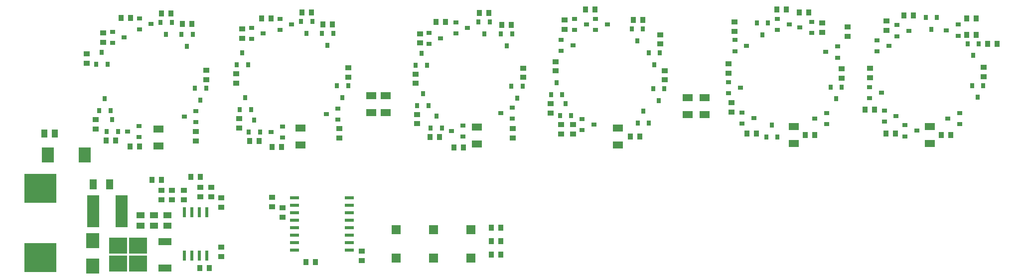
<source format=gbr>
G04 #@! TF.GenerationSoftware,KiCad,Pcbnew,(5.0.2)-1*
G04 #@! TF.CreationDate,2019-03-22T14:40:18+01:00*
G04 #@! TF.ProjectId,NixieClock01A,4e697869-6543-46c6-9f63-6b3031412e6b,rev?*
G04 #@! TF.SameCoordinates,Original*
G04 #@! TF.FileFunction,Paste,Top*
G04 #@! TF.FilePolarity,Positive*
%FSLAX46Y46*%
G04 Gerber Fmt 4.6, Leading zero omitted, Abs format (unit mm)*
G04 Created by KiCad (PCBNEW (5.0.2)-1) date 03/22/19 14:40:18*
%MOMM*%
%LPD*%
G01*
G04 APERTURE LIST*
%ADD10R,5.400000X4.900000*%
%ADD11R,1.000000X0.820000*%
%ADD12R,0.820000X1.000000*%
%ADD13R,1.120000X1.400000*%
%ADD14R,1.400000X1.120000*%
%ADD15R,2.200000X1.200000*%
%ADD16R,3.050000X2.750000*%
%ADD17R,0.550000X1.750000*%
%ADD18R,2.000000X5.400000*%
%ADD19R,2.060000X2.600000*%
%ADD20R,1.220000X1.800000*%
%ADD21R,2.300000X2.500000*%
%ADD22R,1.800000X1.220000*%
%ADD23R,0.900000X0.800000*%
%ADD24R,0.800000X0.900000*%
%ADD25R,1.500000X0.600000*%
%ADD26R,1.500000X1.500000*%
G04 APERTURE END LIST*
D10*
G04 #@! TO.C,L1*
X65532000Y-142690000D03*
X65532000Y-154490000D03*
G04 #@! TD*
D11*
G04 #@! TO.C,R25*
X209296000Y-115862000D03*
X209296000Y-114262000D03*
G04 #@! TD*
G04 #@! TO.C,R19*
X201676000Y-123990000D03*
X201676000Y-122390000D03*
G04 #@! TD*
D12*
G04 #@! TO.C,R15*
X94249297Y-156281621D03*
X92649297Y-156281621D03*
G04 #@! TD*
G04 #@! TO.C,R1*
X195542000Y-133636000D03*
X197142000Y-133636000D03*
G04 #@! TD*
G04 #@! TO.C,R2*
X185636000Y-133382000D03*
X187236000Y-133382000D03*
G04 #@! TD*
D11*
G04 #@! TO.C,R3*
X183000000Y-129716000D03*
X183000000Y-128116000D03*
G04 #@! TD*
G04 #@! TO.C,R4*
X182492000Y-121512000D03*
X182492000Y-123112000D03*
G04 #@! TD*
G04 #@! TO.C,R5*
X183508000Y-116000000D03*
X183508000Y-114400000D03*
G04 #@! TD*
D12*
G04 #@! TO.C,R6*
X192316000Y-112300000D03*
X190716000Y-112300000D03*
G04 #@! TD*
G04 #@! TO.C,R7*
X194526000Y-112808000D03*
X196126000Y-112808000D03*
G04 #@! TD*
D11*
G04 #@! TO.C,R8*
X198376701Y-114568270D03*
X198376701Y-116168270D03*
G04 #@! TD*
G04 #@! TO.C,R9*
X202692000Y-116878000D03*
X202692000Y-115278000D03*
G04 #@! TD*
G04 #@! TO.C,C6*
X92687297Y-144127621D03*
X92687297Y-142527621D03*
G04 #@! TD*
G04 #@! TO.C,C7*
X86083297Y-144635621D03*
X86083297Y-143035621D03*
G04 #@! TD*
G04 #@! TO.C,C8*
X96243297Y-144305621D03*
X96243297Y-145905621D03*
G04 #@! TD*
D13*
G04 #@! TO.C,C10*
X66246379Y-133345297D03*
X68006379Y-133345297D03*
G04 #@! TD*
D12*
G04 #@! TO.C,R10*
X92725297Y-140787621D03*
X91125297Y-140787621D03*
G04 #@! TD*
D11*
G04 #@! TO.C,R11*
X89893297Y-143035621D03*
X89893297Y-144635621D03*
G04 #@! TD*
G04 #@! TO.C,R12*
X87861297Y-144635621D03*
X87861297Y-143035621D03*
G04 #@! TD*
D12*
G04 #@! TO.C,R13*
X84521297Y-141295621D03*
X86121297Y-141295621D03*
G04 #@! TD*
D11*
G04 #@! TO.C,R14*
X94587797Y-142557002D03*
X94587797Y-144157002D03*
G04 #@! TD*
D14*
G04 #@! TO.C,R16*
X84813297Y-149033621D03*
X84813297Y-147273621D03*
G04 #@! TD*
G04 #@! TO.C,R17*
X82527297Y-147273621D03*
X82527297Y-149033621D03*
G04 #@! TD*
G04 #@! TO.C,R18*
X87099297Y-149033621D03*
X87099297Y-147273621D03*
G04 #@! TD*
D15*
G04 #@! TO.C,Q1*
X86727297Y-156275621D03*
X86727297Y-151715621D03*
D16*
X78752297Y-152470621D03*
X82102297Y-155520621D03*
X78752297Y-155520621D03*
X82102297Y-152470621D03*
G04 #@! TD*
D17*
G04 #@! TO.C,U4*
X93830297Y-146739621D03*
X92560297Y-146739621D03*
X91290297Y-146739621D03*
X90020297Y-146739621D03*
X90020297Y-154139621D03*
X91290297Y-154139621D03*
X92560297Y-154139621D03*
X93830297Y-154139621D03*
G04 #@! TD*
D11*
G04 #@! TO.C,C12*
X96243297Y-154287621D03*
X96243297Y-152687621D03*
G04 #@! TD*
D18*
G04 #@! TO.C,C13*
X74489297Y-146629621D03*
X79389297Y-146629621D03*
G04 #@! TD*
D19*
G04 #@! TO.C,C14*
X66790379Y-137027297D03*
X73050379Y-137027297D03*
G04 #@! TD*
D20*
G04 #@! TO.C,C9*
X74493297Y-142057621D03*
X77353297Y-142057621D03*
G04 #@! TD*
D21*
G04 #@! TO.C,D1*
X74399297Y-151591621D03*
X74399297Y-155891621D03*
G04 #@! TD*
D22*
G04 #@! TO.C,R27*
X124200000Y-126957078D03*
X124200000Y-129817078D03*
G04 #@! TD*
G04 #@! TO.C,R28*
X121791368Y-129817078D03*
X121791368Y-126957078D03*
G04 #@! TD*
G04 #@! TO.C,R29*
X175514000Y-127316973D03*
X175514000Y-130176973D03*
G04 #@! TD*
G04 #@! TO.C,R30*
X178446000Y-130176973D03*
X178446000Y-127316973D03*
G04 #@! TD*
D23*
G04 #@! TO.C,Q2*
X199120000Y-131792000D03*
X199120000Y-129892000D03*
X197120000Y-130842000D03*
G04 #@! TD*
D24*
G04 #@! TO.C,Q3*
X188908000Y-133980000D03*
X190808000Y-133980000D03*
X189858000Y-131980000D03*
G04 #@! TD*
D23*
G04 #@! TO.C,Q4*
X186778000Y-130760000D03*
X184778000Y-131710000D03*
X184778000Y-129810000D03*
G04 #@! TD*
G04 #@! TO.C,Q5*
X184508000Y-125614000D03*
X182508000Y-126564000D03*
X182508000Y-124664000D03*
G04 #@! TD*
G04 #@! TO.C,Q6*
X183544000Y-117502000D03*
X183544000Y-119402000D03*
X185544000Y-118452000D03*
G04 #@! TD*
D24*
G04 #@! TO.C,Q7*
X188214000Y-116602000D03*
X187264000Y-114602000D03*
X189164000Y-114602000D03*
G04 #@! TD*
D23*
G04 #@! TO.C,Q8*
X192770000Y-114840000D03*
X190770000Y-115790000D03*
X190770000Y-113890000D03*
G04 #@! TD*
G04 #@! TO.C,Q9*
X194582701Y-115368270D03*
X196582701Y-114418270D03*
X196582701Y-116318270D03*
G04 #@! TD*
G04 #@! TO.C,Q10*
X198995976Y-119530146D03*
X200995976Y-118580146D03*
X200995976Y-120480146D03*
G04 #@! TD*
D24*
G04 #@! TO.C,Q11*
X201730000Y-125492000D03*
X199830000Y-125492000D03*
X200780000Y-127492000D03*
G04 #@! TD*
D22*
G04 #@! TO.C,R20*
X193548000Y-135066000D03*
X193548000Y-132206000D03*
G04 #@! TD*
D23*
G04 #@! TO.C,Q12*
X219726000Y-130842000D03*
X221726000Y-129892000D03*
X221726000Y-131792000D03*
G04 #@! TD*
G04 #@! TO.C,Q13*
X212465000Y-131956000D03*
X212465000Y-133856000D03*
X214465000Y-132906000D03*
G04 #@! TD*
G04 #@! TO.C,Q14*
X210959800Y-130442200D03*
X208959800Y-131392200D03*
X208959800Y-129492200D03*
G04 #@! TD*
G04 #@! TO.C,Q15*
X206445200Y-125479000D03*
X206445200Y-127379000D03*
X208445200Y-126429000D03*
G04 #@! TD*
G04 #@! TO.C,Q16*
X209740600Y-118478800D03*
X207740600Y-119428800D03*
X207740600Y-117528800D03*
G04 #@! TD*
G04 #@! TO.C,Q17*
X211090000Y-114963400D03*
X211090000Y-116863400D03*
X213090000Y-115913400D03*
G04 #@! TD*
D24*
G04 #@! TO.C,Q18*
X217866000Y-113694200D03*
X215966000Y-113694200D03*
X216916000Y-115694200D03*
G04 #@! TD*
D23*
G04 #@! TO.C,Q19*
X219472000Y-115824000D03*
X221472000Y-114874000D03*
X221472000Y-116774000D03*
G04 #@! TD*
D24*
G04 #@! TO.C,Q20*
X224978000Y-118126000D03*
X223078000Y-118126000D03*
X224028000Y-120126000D03*
G04 #@! TD*
G04 #@! TO.C,Q21*
X224790000Y-127238000D03*
X223840000Y-125238000D03*
X225740000Y-125238000D03*
G04 #@! TD*
D12*
G04 #@! TO.C,R21*
X220256000Y-133636000D03*
X218656000Y-133636000D03*
G04 #@! TD*
G04 #@! TO.C,R22*
X209238000Y-133382000D03*
X210838000Y-133382000D03*
G04 #@! TD*
G04 #@! TO.C,R23*
X207282000Y-129318000D03*
X205682000Y-129318000D03*
G04 #@! TD*
D11*
G04 #@! TO.C,R24*
X206480000Y-122327000D03*
X206480000Y-123927000D03*
G04 #@! TD*
D12*
G04 #@! TO.C,R26*
X213906000Y-113284000D03*
X212306000Y-113284000D03*
G04 #@! TD*
G04 #@! TO.C,R31*
X222974000Y-113800000D03*
X224574000Y-113800000D03*
G04 #@! TD*
G04 #@! TO.C,R32*
X224574000Y-116586000D03*
X222974000Y-116586000D03*
G04 #@! TD*
G04 #@! TO.C,R33*
X226530000Y-118110000D03*
X228130000Y-118110000D03*
G04 #@! TD*
D11*
G04 #@! TO.C,R34*
X225806000Y-122136000D03*
X225806000Y-123736000D03*
G04 #@! TD*
D22*
G04 #@! TO.C,R35*
X216662000Y-135066000D03*
X216662000Y-132206000D03*
G04 #@! TD*
D24*
G04 #@! TO.C,Q22*
X167972000Y-129612000D03*
X168922000Y-131612000D03*
X167022000Y-131612000D03*
G04 #@! TD*
D23*
G04 #@! TO.C,Q23*
X157574000Y-130932000D03*
X157574000Y-132832000D03*
X159574000Y-131882000D03*
G04 #@! TD*
D24*
G04 #@! TO.C,Q24*
X154764000Y-128342000D03*
X155714000Y-130342000D03*
X153814000Y-130342000D03*
G04 #@! TD*
G04 #@! TO.C,Q25*
X152290000Y-126786000D03*
X154190000Y-126786000D03*
X153240000Y-124786000D03*
G04 #@! TD*
D23*
G04 #@! TO.C,Q26*
X154018000Y-117470000D03*
X154018000Y-119370000D03*
X156018000Y-118420000D03*
G04 #@! TD*
G04 #@! TO.C,Q27*
X158304000Y-114864000D03*
X156304000Y-115814000D03*
X156304000Y-113914000D03*
G04 #@! TD*
G04 #@! TO.C,Q28*
X159860000Y-113914000D03*
X159860000Y-115814000D03*
X161860000Y-114864000D03*
G04 #@! TD*
D24*
G04 #@! TO.C,Q29*
X166956000Y-117642000D03*
X166006000Y-115642000D03*
X167906000Y-115642000D03*
G04 #@! TD*
G04 #@! TO.C,Q30*
X170812000Y-119682000D03*
X168912000Y-119682000D03*
X169862000Y-121682000D03*
G04 #@! TD*
G04 #@! TO.C,Q31*
X170624000Y-127778000D03*
X169674000Y-125778000D03*
X171574000Y-125778000D03*
G04 #@! TD*
D12*
G04 #@! TO.C,R36*
X167360000Y-133890000D03*
X165760000Y-133890000D03*
G04 #@! TD*
D11*
G04 #@! TO.C,R37*
X156034000Y-133444000D03*
X156034000Y-131844000D03*
G04 #@! TD*
G04 #@! TO.C,R38*
X154002000Y-131844000D03*
X154002000Y-133444000D03*
G04 #@! TD*
G04 #@! TO.C,R39*
X152224000Y-129888000D03*
X152224000Y-128288000D03*
G04 #@! TD*
G04 #@! TO.C,R40*
X153098000Y-121152000D03*
X153098000Y-122752000D03*
G04 #@! TD*
G04 #@! TO.C,R41*
X154622000Y-115678000D03*
X154622000Y-114078000D03*
G04 #@! TD*
D12*
G04 #@! TO.C,R42*
X159740000Y-112324000D03*
X158140000Y-112324000D03*
G04 #@! TD*
G04 #@! TO.C,R43*
X166268000Y-114078000D03*
X167868000Y-114078000D03*
G04 #@! TD*
D11*
G04 #@! TO.C,R44*
X170878000Y-116580000D03*
X170878000Y-118180000D03*
G04 #@! TD*
G04 #@! TO.C,R45*
X171640000Y-124276000D03*
X171640000Y-122676000D03*
G04 #@! TD*
D22*
G04 #@! TO.C,R46*
X163654000Y-135344000D03*
X163654000Y-132484000D03*
G04 #@! TD*
D23*
G04 #@! TO.C,Q32*
X143762000Y-129912000D03*
X145762000Y-128962000D03*
X145762000Y-130862000D03*
G04 #@! TD*
G04 #@! TO.C,Q33*
X137380000Y-133910000D03*
X137380000Y-132010000D03*
X135380000Y-132960000D03*
G04 #@! TD*
D24*
G04 #@! TO.C,Q34*
X132824000Y-130436000D03*
X133774000Y-132436000D03*
X131874000Y-132436000D03*
G04 #@! TD*
G04 #@! TO.C,Q35*
X129588000Y-128626000D03*
X131488000Y-128626000D03*
X130538000Y-126626000D03*
G04 #@! TD*
G04 #@! TO.C,Q36*
X130284000Y-119768000D03*
X131234000Y-121768000D03*
X129334000Y-121768000D03*
G04 #@! TD*
D23*
G04 #@! TO.C,Q37*
X131570000Y-116262000D03*
X131570000Y-118162000D03*
X133570000Y-117212000D03*
G04 #@! TD*
G04 #@! TO.C,Q38*
X138142000Y-115434000D03*
X136142000Y-116384000D03*
X136142000Y-114484000D03*
G04 #@! TD*
D24*
G04 #@! TO.C,Q39*
X141902000Y-114434000D03*
X140002000Y-114434000D03*
X140952000Y-116434000D03*
G04 #@! TD*
G04 #@! TO.C,Q40*
X144762000Y-118466000D03*
X143812000Y-116466000D03*
X145712000Y-116466000D03*
G04 #@! TD*
G04 #@! TO.C,Q41*
X147490000Y-125356000D03*
X145590000Y-125356000D03*
X146540000Y-127356000D03*
G04 #@! TD*
D11*
G04 #@! TO.C,R47*
X145796000Y-132550000D03*
X145796000Y-134150000D03*
G04 #@! TD*
D12*
G04 #@! TO.C,R48*
X135834000Y-135754000D03*
X137434000Y-135754000D03*
G04 #@! TD*
G04 #@! TO.C,R49*
X131770000Y-133976000D03*
X133370000Y-133976000D03*
G04 #@! TD*
D11*
G04 #@! TO.C,R50*
X129522000Y-131728000D03*
X129522000Y-130128000D03*
G04 #@! TD*
G04 #@! TO.C,R51*
X129268000Y-123270000D03*
X129268000Y-124870000D03*
G04 #@! TD*
G04 #@! TO.C,R52*
X130030000Y-118012000D03*
X130030000Y-116412000D03*
G04 #@! TD*
D12*
G04 #@! TO.C,R53*
X134386000Y-114418000D03*
X132786000Y-114418000D03*
G04 #@! TD*
G04 #@! TO.C,R54*
X140152000Y-112894000D03*
X141752000Y-112894000D03*
G04 #@! TD*
G04 #@! TO.C,R55*
X145562000Y-114926000D03*
X143962000Y-114926000D03*
G04 #@! TD*
D11*
G04 #@! TO.C,R56*
X147556000Y-122254000D03*
X147556000Y-123854000D03*
G04 #@! TD*
D22*
G04 #@! TO.C,R57*
X139682000Y-135152000D03*
X139682000Y-132292000D03*
G04 #@! TD*
D23*
G04 #@! TO.C,Q42*
X116114000Y-131040000D03*
X116114000Y-129140000D03*
X114114000Y-130090000D03*
G04 #@! TD*
G04 #@! TO.C,Q43*
X104716000Y-133138000D03*
X106716000Y-132188000D03*
X106716000Y-134088000D03*
G04 #@! TD*
D24*
G04 #@! TO.C,Q44*
X100956000Y-133122000D03*
X102856000Y-133122000D03*
X101906000Y-131122000D03*
G04 #@! TD*
G04 #@! TO.C,Q45*
X100382000Y-127312000D03*
X101332000Y-129312000D03*
X99432000Y-129312000D03*
G04 #@! TD*
G04 #@! TO.C,Q46*
X98924000Y-121692000D03*
X100824000Y-121692000D03*
X99874000Y-119692000D03*
G04 #@! TD*
D23*
G04 #@! TO.C,Q47*
X103414000Y-116374000D03*
X101414000Y-117324000D03*
X101414000Y-115424000D03*
G04 #@! TD*
G04 #@! TO.C,Q48*
X106240000Y-113900000D03*
X106240000Y-115800000D03*
X108240000Y-114850000D03*
G04 #@! TD*
D24*
G04 #@! TO.C,Q49*
X110796000Y-116358000D03*
X109846000Y-114358000D03*
X111746000Y-114358000D03*
G04 #@! TD*
G04 #@! TO.C,Q50*
X115302000Y-116390000D03*
X113402000Y-116390000D03*
X114352000Y-118390000D03*
G04 #@! TD*
G04 #@! TO.C,Q51*
X116892000Y-127280000D03*
X115942000Y-125280000D03*
X117842000Y-125280000D03*
G04 #@! TD*
D11*
G04 #@! TO.C,R58*
X116332000Y-132550000D03*
X116332000Y-134150000D03*
G04 #@! TD*
D12*
G04 #@! TO.C,R59*
X104916000Y-135678000D03*
X106516000Y-135678000D03*
G04 #@! TD*
G04 #@! TO.C,R60*
X102706000Y-134662000D03*
X101106000Y-134662000D03*
G04 #@! TD*
D11*
G04 #@! TO.C,R61*
X99366000Y-130814000D03*
X99366000Y-132414000D03*
G04 #@! TD*
G04 #@! TO.C,R62*
X98858000Y-124794000D03*
X98858000Y-123194000D03*
G04 #@! TD*
G04 #@! TO.C,R63*
X99874000Y-115574000D03*
X99874000Y-117174000D03*
G04 #@! TD*
D12*
G04 #@! TO.C,R64*
X103138000Y-113834000D03*
X104738000Y-113834000D03*
G04 #@! TD*
G04 #@! TO.C,R65*
X111596000Y-112818000D03*
X109996000Y-112818000D03*
G04 #@! TD*
G04 #@! TO.C,R66*
X113552000Y-114850000D03*
X115152000Y-114850000D03*
G04 #@! TD*
D11*
G04 #@! TO.C,R67*
X117908000Y-123778000D03*
X117908000Y-122178000D03*
G04 #@! TD*
D22*
G04 #@! TO.C,R68*
X109780000Y-135330000D03*
X109780000Y-132470000D03*
G04 #@! TD*
D23*
G04 #@! TO.C,Q52*
X89980000Y-130512000D03*
X91980000Y-129562000D03*
X91980000Y-131462000D03*
G04 #@! TD*
G04 #@! TO.C,Q53*
X82328000Y-134002000D03*
X82328000Y-132102000D03*
X80328000Y-133052000D03*
G04 #@! TD*
D24*
G04 #@! TO.C,Q54*
X77772000Y-131036000D03*
X78722000Y-133036000D03*
X76822000Y-133036000D03*
G04 #@! TD*
G04 #@! TO.C,Q55*
X75552000Y-129480000D03*
X77452000Y-129480000D03*
X76502000Y-127480000D03*
G04 #@! TD*
G04 #@! TO.C,Q56*
X75994000Y-119606000D03*
X76944000Y-121606000D03*
X75044000Y-121606000D03*
G04 #@! TD*
D23*
G04 #@! TO.C,Q57*
X77788000Y-116100000D03*
X77788000Y-118000000D03*
X79788000Y-117050000D03*
G04 #@! TD*
G04 #@! TO.C,Q58*
X84360000Y-114764000D03*
X82360000Y-115714000D03*
X82360000Y-113814000D03*
G04 #@! TD*
D24*
G04 #@! TO.C,Q59*
X87866000Y-114526000D03*
X85966000Y-114526000D03*
X86916000Y-116526000D03*
G04 #@! TD*
G04 #@! TO.C,Q60*
X90472000Y-118558000D03*
X89522000Y-116558000D03*
X91422000Y-116558000D03*
G04 #@! TD*
G04 #@! TO.C,Q61*
X93708000Y-125702000D03*
X91808000Y-125702000D03*
X92758000Y-127702000D03*
G04 #@! TD*
D11*
G04 #@! TO.C,R69*
X91948000Y-134658000D03*
X91948000Y-133058000D03*
G04 #@! TD*
D12*
G04 #@! TO.C,R70*
X82382000Y-135592000D03*
X80782000Y-135592000D03*
G04 #@! TD*
G04 #@! TO.C,R71*
X78318000Y-134576000D03*
X76718000Y-134576000D03*
G04 #@! TD*
D11*
G04 #@! TO.C,R72*
X74978000Y-130982000D03*
X74978000Y-132582000D03*
G04 #@! TD*
G04 #@! TO.C,R73*
X73406000Y-119850000D03*
X73406000Y-121450000D03*
G04 #@! TD*
G04 #@! TO.C,R74*
X76248000Y-117850000D03*
X76248000Y-116250000D03*
G04 #@! TD*
D12*
G04 #@! TO.C,R75*
X80858000Y-113748000D03*
X79258000Y-113748000D03*
G04 #@! TD*
G04 #@! TO.C,R76*
X86116000Y-112986000D03*
X87716000Y-112986000D03*
G04 #@! TD*
G04 #@! TO.C,R77*
X91272000Y-114764000D03*
X89672000Y-114764000D03*
G04 #@! TD*
D11*
G04 #@! TO.C,R78*
X93774000Y-124200000D03*
X93774000Y-122600000D03*
G04 #@! TD*
D22*
G04 #@! TO.C,R79*
X85646000Y-135498000D03*
X85646000Y-132638000D03*
G04 #@! TD*
D11*
G04 #@! TO.C,R80*
X104902000Y-144234000D03*
X104902000Y-145834000D03*
G04 #@! TD*
G04 #@! TO.C,R81*
X120142000Y-153378000D03*
X120142000Y-154978000D03*
G04 #@! TD*
D12*
G04 #@! TO.C,R82*
X112306000Y-155194000D03*
X110706000Y-155194000D03*
G04 #@! TD*
D25*
G04 #@! TO.C,U1*
X108720893Y-144321572D03*
X108720893Y-145591572D03*
X108720893Y-146861572D03*
X108720893Y-148131572D03*
X108720893Y-149401572D03*
X108720893Y-150671572D03*
X108720893Y-151941572D03*
X108720893Y-153211572D03*
X118020893Y-153211572D03*
X118020893Y-151941572D03*
X118020893Y-150671572D03*
X118020893Y-149401572D03*
X118020893Y-148131572D03*
X118020893Y-146861572D03*
X118020893Y-145591572D03*
X118020893Y-144321572D03*
G04 #@! TD*
D11*
G04 #@! TO.C,C1*
X106680000Y-147612000D03*
X106680000Y-146012000D03*
G04 #@! TD*
D12*
G04 #@! TO.C,R83*
X142202000Y-151638000D03*
X143802000Y-151638000D03*
G04 #@! TD*
G04 #@! TO.C,R84*
X143802000Y-153924000D03*
X142202000Y-153924000D03*
G04 #@! TD*
G04 #@! TO.C,R85*
X143802000Y-149352000D03*
X142202000Y-149352000D03*
G04 #@! TD*
D26*
G04 #@! TO.C,SW1*
X138684000Y-149746000D03*
X138684000Y-154546000D03*
G04 #@! TD*
G04 #@! TO.C,SW2*
X132334000Y-149746000D03*
X132334000Y-154546000D03*
G04 #@! TD*
G04 #@! TO.C,SW3*
X125984000Y-154546000D03*
X125984000Y-149746000D03*
G04 #@! TD*
M02*

</source>
